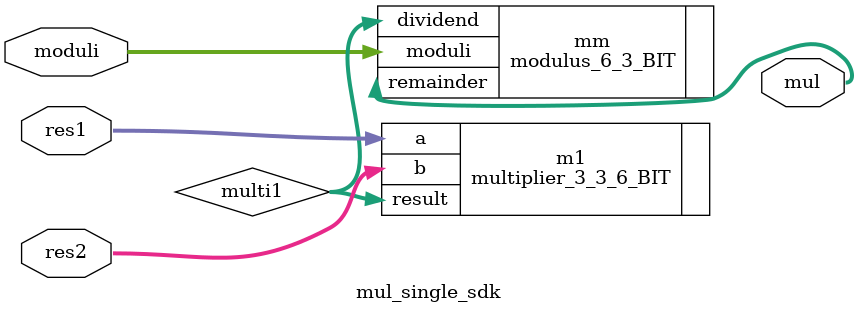
<source format=v>
`timescale 1ns / 1ps
module mul_single_sdk(
    input [2:0] res1,
    input [2:0] res2,
    input [2:0] moduli,
    output [2:0] mul
	 
	 );
	 wire [5:0] multi1;
	 multiplier_3_3_6_BIT m1(.a(res1), .b(res2), .result(multi1));
	 
	 modulus_6_3_BIT mm(.dividend(multi1) ,.moduli(moduli) ,.remainder(mul));
	
	 
	 

endmodule

</source>
